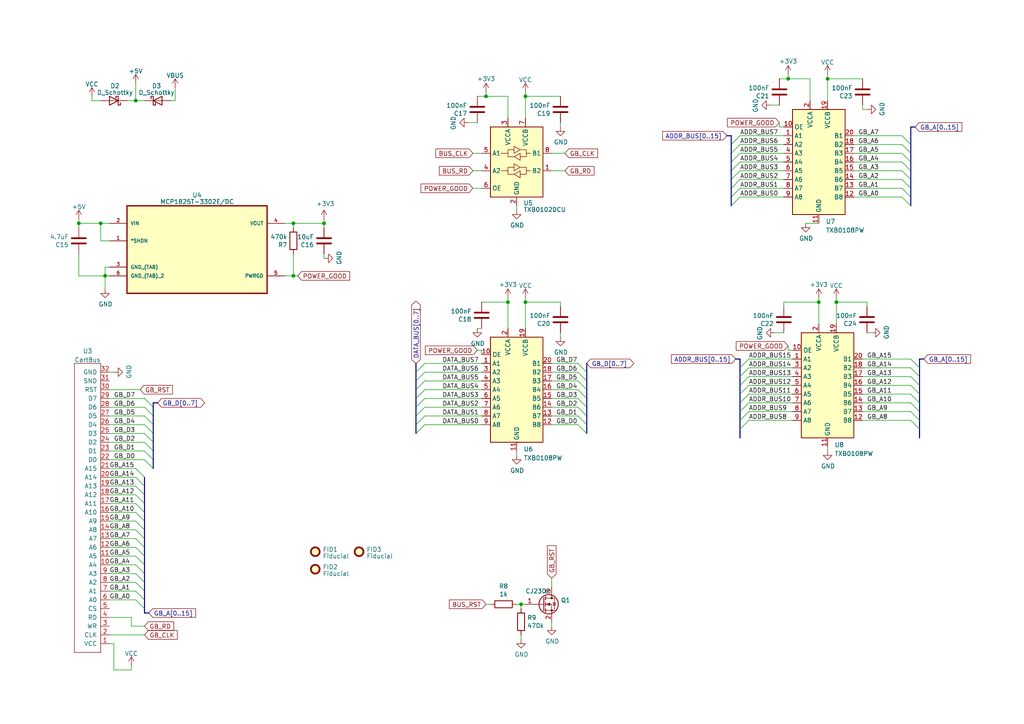
<source format=kicad_sch>
(kicad_sch (version 20230121) (generator eeschema)
  (paper "A4")
  (lib_symbols
    (symbol "Device:C" (pin_numbers hide) (pin_names (offset 0.254))
      (property "Reference" "C" (at 0.635 2.54 0))
      (property "Value" "C" (at 0.635 -2.54 0))
      (symbol "C_0_1"
        (polyline (pts (xy -2.032 -0.762) (xy 2.032 -0.762)) (stroke (width 0.508)))
        (polyline (pts (xy -2.032 0.762) (xy 2.032 0.762)) (stroke (width 0.508)))
      )
      (symbol "C_1_1"
        (pin passive line (at 0 3.81 270) (length 2.794) (name "~") (number "1"))
        (pin passive line (at 0 -3.81 90) (length 2.794) (name "~") (number "2"))
      )
    )
    (symbol "Device:D_Schottky" (pin_numbers hide) (pin_names (offset 1.016) hide)
      (property "Reference" "D" (at 0 2.54 0))
      (property "Value" "D_Schottky" (at 0 -2.54 0))
      (symbol "D_Schottky_0_1"
        (polyline (pts (xy 1.27 0) (xy -1.27 0)))
        (polyline (pts (xy 1.27 1.27) (xy 1.27 -1.27) (xy -1.27 0) (xy 1.27 1.27)) (stroke (width 0.254)))
        (polyline (pts (xy -1.905 0.635) (xy -1.905 1.27) (xy -1.27 1.27) (xy -1.27 -1.27) (xy -0.635 -1.27) (xy -0.635 -0.635)) (stroke (width 0.254)))
      )
      (symbol "D_Schottky_1_1"
        (pin passive line (at -3.81 0 0) (length 2.54) (name "K") (number "1"))
        (pin passive line (at 3.81 0 180) (length 2.54) (name "A") (number "2"))
      )
    )
    (symbol "Device:Q_NMOS_GSD" (pin_names (offset 0) hide)
      (property "Reference" "Q" (at 5.08 1.27 0))
      (property "Value" "Q_NMOS_GSD" (at 5.08 -1.27 0))
      (symbol "Q_NMOS_GSD_0_1"
        (polyline (pts (xy 0.254 0) (xy -2.54 0)))
        (polyline (pts (xy 0.254 1.905) (xy 0.254 -1.905)) (stroke (width 0.254)))
        (polyline (pts (xy 0.762 -1.27) (xy 0.762 -2.286)) (stroke (width 0.254)))
        (polyline (pts (xy 0.762 0.508) (xy 0.762 -0.508)) (stroke (width 0.254)))
        (polyline (pts (xy 0.762 2.286) (xy 0.762 1.27)) (stroke (width 0.254)))
        (polyline (pts (xy 2.54 2.54) (xy 2.54 1.778)))
        (polyline (pts (xy 2.54 -2.54) (xy 2.54 0) (xy 0.762 0)))
        (polyline (pts (xy 0.762 -1.778) (xy 3.302 -1.778) (xy 3.302 1.778) (xy 0.762 1.778)))
        (polyline (pts (xy 1.016 0) (xy 2.032 0.381) (xy 2.032 -0.381) (xy 1.016 0)) (fill (type outline)))
        (polyline (pts (xy 2.794 0.508) (xy 2.921 0.381) (xy 3.683 0.381) (xy 3.81 0.254)))
        (polyline (pts (xy 3.302 0.381) (xy 2.921 -0.254) (xy 3.683 -0.254) (xy 3.302 0.381)))
        (circle (center 1.651 0) (radius 2.794) (stroke (width 0.254)))
        (circle (center 2.54 -1.778) (radius 0.254) (fill (type outline)))
        (circle (center 2.54 1.778) (radius 0.254) (fill (type outline)))
      )
      (symbol "Q_NMOS_GSD_1_1"
        (pin input line (at -5.08 0 0) (length 2.54) (name "G") (number "1"))
        (pin passive line (at 2.54 -5.08 90) (length 2.54) (name "S") (number "2"))
        (pin passive line (at 2.54 5.08 270) (length 2.54) (name "D") (number "3"))
      )
    )
    (symbol "Device:R" (pin_numbers hide) (pin_names (offset 0))
      (property "Reference" "R" (at 2.032 0 90))
      (property "Value" "R" (at 0 0 90))
      (symbol "R_0_1"
        (rectangle (start -1.016 -2.54) (end 1.016 2.54) (stroke (width 0.254)))
      )
      (symbol "R_1_1"
        (pin passive line (at 0 3.81 270) (length 1.27) (name "~") (number "1"))
        (pin passive line (at 0 -3.81 90) (length 1.27) (name "~") (number "2"))
      )
    )
    (symbol "Gameboy:CartBus" (pin_names (offset 1.016))
      (property "Reference" "U?" (at 24.13 -11.43 0))
      (property "Value" "CartBus" (at 24.13 -8.89 0))
      (symbol "CartBus_0_1"
        (rectangle (start 66.04 0) (end -17.78 -7.62))
      )
      (symbol "CartBus_1_1"
        (pin unspecified line (at -15.24 2.54 270) (length 2.54) (name "VCC") (number "1"))
        (pin unspecified line (at 7.62 2.54 270) (length 2.54) (name "A4") (number "10"))
        (pin unspecified line (at 10.16 2.54 270) (length 2.54) (name "A5") (number "11"))
        (pin unspecified line (at 12.7 2.54 270) (length 2.54) (name "A6") (number "12"))
        (pin unspecified line (at 15.24 2.54 270) (length 2.54) (name "A7") (number "13"))
        (pin unspecified line (at 17.78 2.54 270) (length 2.54) (name "A8") (number "14"))
        (pin unspecified line (at 20.32 2.54 270) (length 2.54) (name "A9") (number "15"))
        (pin unspecified line (at 22.86 2.54 270) (length 2.54) (name "A10") (number "16"))
        (pin unspecified line (at 25.4 2.54 270) (length 2.54) (name "A11") (number "17"))
        (pin unspecified line (at 27.94 2.54 270) (length 2.54) (name "A12") (number "18"))
        (pin unspecified line (at 30.48 2.54 270) (length 2.54) (name "A13") (number "19"))
        (pin unspecified line (at -12.7 2.54 270) (length 2.54) (name "CLK~{}") (number "2"))
        (pin unspecified line (at 33.02 2.54 270) (length 2.54) (name "A14") (number "20"))
        (pin unspecified line (at 35.56 2.54 270) (length 2.54) (name "A15") (number "21"))
        (pin unspecified line (at 38.1 2.54 270) (length 2.54) (name "D0") (number "22"))
        (pin unspecified line (at 40.64 2.54 270) (length 2.54) (name "D1") (number "23"))
        (pin unspecified line (at 43.18 2.54 270) (length 2.54) (name "D2") (number "24"))
        (pin unspecified line (at 45.72 2.54 270) (length 2.54) (name "D3") (number "25"))
        (pin unspecified line (at 48.26 2.54 270) (length 2.54) (name "D4") (number "26"))
        (pin unspecified line (at 50.8 2.54 270) (length 2.54) (name "D5") (number "27"))
        (pin unspecified line (at 53.34 2.54 270) (length 2.54) (name "D6") (number "28"))
        (pin unspecified line (at 55.88 2.54 270) (length 2.54) (name "D7") (number "29"))
        (pin unspecified line (at -10.16 2.54 270) (length 2.54) (name "WR") (number "3"))
        (pin unspecified line (at 58.42 2.54 270) (length 2.54) (name "RST") (number "30"))
        (pin unspecified line (at 60.96 2.54 270) (length 2.54) (name "SND") (number "31"))
        (pin unspecified line (at 63.5 2.54 270) (length 2.54) (name "GND") (number "32"))
        (pin unspecified line (at -7.62 2.54 270) (length 2.54) (name "RD") (number "4"))
        (pin unspecified line (at -5.08 2.54 270) (length 2.54) (name "CS") (number "5"))
        (pin unspecified line (at -2.54 2.54 270) (length 2.54) (name "A0") (number "6"))
        (pin unspecified line (at 0 2.54 270) (length 2.54) (name "A1") (number "7"))
        (pin unspecified line (at 2.54 2.54 270) (length 2.54) (name "A2") (number "8"))
        (pin unspecified line (at 5.08 2.54 270) (length 2.54) (name "A3") (number "9"))
      )
    )
    (symbol "Logic_LevelTranslator:TXB0102DCU"
      (property "Reference" "U" (at -6.35 11.43 0))
      (property "Value" "TXB0102DCU" (at 3.81 11.43 0))
      (symbol "TXB0102DCU_0_1"
        (rectangle (start -7.62 10.16) (end 7.62 -10.16) (stroke (width 0.254)) (fill (type background)))
        (polyline (pts (xy -2.54 -2.54) (xy -2.54 -1.524) (xy -0.762 -1.524)))
        (polyline (pts (xy -2.54 2.54) (xy -2.54 3.556) (xy -0.762 3.556)))
        (polyline (pts (xy 2.794 -2.54) (xy 2.794 -3.556) (xy 1.016 -3.556)))
        (polyline (pts (xy 2.794 2.54) (xy 2.794 1.524) (xy 1.016 1.524)))
        (polyline (pts (xy -0.762 -3.556) (xy -2.54 -3.556) (xy -2.54 -2.54) (xy -4.318 -2.54)))
        (polyline (pts (xy -0.762 -2.54) (xy -0.762 -0.508) (xy 1.016 -1.524) (xy -0.762 -2.54)))
        (polyline (pts (xy -0.762 1.524) (xy -2.54 1.524) (xy -2.54 2.54) (xy -4.572 2.54)))
        (polyline (pts (xy -0.762 2.54) (xy -0.762 4.572) (xy 1.016 3.556) (xy -0.762 2.54)))
        (polyline (pts (xy 1.016 -2.54) (xy 1.016 -4.572) (xy -0.762 -3.556) (xy 1.016 -2.54)))
        (polyline (pts (xy 1.016 -1.524) (xy 2.794 -1.524) (xy 2.794 -2.54) (xy 4.064 -2.54)))
        (polyline (pts (xy 1.016 3.556) (xy 2.794 3.556) (xy 2.794 2.54) (xy 4.064 2.54)))
        (polyline (pts (xy 1.016 2.54) (xy 1.016 0.762) (xy 1.016 0.508) (xy -0.762 1.524) (xy 1.016 2.54)))
      )
      (symbol "TXB0102DCU_1_1"
        (pin bidirectional line (at 10.16 -2.54 180) (length 2.54) (name "B2") (number "1"))
        (pin power_in line (at 0 -12.7 90) (length 2.54) (name "GND") (number "2"))
        (pin power_in line (at -2.54 12.7 270) (length 2.54) (name "VCCA") (number "3"))
        (pin bidirectional line (at -10.16 -2.54 0) (length 2.54) (name "A2") (number "4"))
        (pin bidirectional line (at -10.16 2.54 0) (length 2.54) (name "A1") (number "5"))
        (pin input line (at -10.16 -7.62 0) (length 2.54) (name "OE") (number "6"))
        (pin power_in line (at 2.54 12.7 270) (length 2.54) (name "VCCB") (number "7"))
        (pin bidirectional line (at 10.16 2.54 180) (length 2.54) (name "B1") (number "8"))
      )
    )
    (symbol "Logic_LevelTranslator:TXS0108EPW"
      (property "Reference" "U" (at -6.35 16.51 0))
      (property "Value" "TXS0108EPW" (at 3.81 16.51 0))
      (symbol "TXS0108EPW_0_1"
        (rectangle (start -7.62 15.24) (end 7.62 -15.24) (stroke (width 0.254)) (fill (type background)))
      )
      (symbol "TXS0108EPW_1_1"
        (pin bidirectional line (at -10.16 7.62 0) (length 2.54) (name "A1") (number "1"))
        (pin input line (at -10.16 10.16 0) (length 2.54) (name "OE") (number "10"))
        (pin power_in line (at 0 -17.78 90) (length 2.54) (name "GND") (number "11"))
        (pin bidirectional line (at 10.16 -10.16 180) (length 2.54) (name "B8") (number "12"))
        (pin bidirectional line (at 10.16 -7.62 180) (length 2.54) (name "B7") (number "13"))
        (pin bidirectional line (at 10.16 -5.08 180) (length 2.54) (name "B6") (number "14"))
        (pin bidirectional line (at 10.16 -2.54 180) (length 2.54) (name "B5") (number "15"))
        (pin bidirectional line (at 10.16 0 180) (length 2.54) (name "B4") (number "16"))
        (pin bidirectional line (at 10.16 2.54 180) (length 2.54) (name "B3") (number "17"))
        (pin bidirectional line (at 10.16 5.08 180) (length 2.54) (name "B2") (number "18"))
        (pin power_in line (at 2.54 17.78 270) (length 2.54) (name "VCCB") (number "19"))
        (pin power_in line (at -2.54 17.78 270) (length 2.54) (name "VCCA") (number "2"))
        (pin bidirectional line (at 10.16 7.62 180) (length 2.54) (name "B1") (number "20"))
        (pin bidirectional line (at -10.16 5.08 0) (length 2.54) (name "A2") (number "3"))
        (pin bidirectional line (at -10.16 2.54 0) (length 2.54) (name "A3") (number "4"))
        (pin bidirectional line (at -10.16 0 0) (length 2.54) (name "A4") (number "5"))
        (pin bidirectional line (at -10.16 -2.54 0) (length 2.54) (name "A5") (number "6"))
        (pin bidirectional line (at -10.16 -5.08 0) (length 2.54) (name "A6") (number "7"))
        (pin bidirectional line (at -10.16 -7.62 0) (length 2.54) (name "A7") (number "8"))
        (pin bidirectional line (at -10.16 -10.16 0) (length 2.54) (name "A8") (number "9"))
      )
    )
    (symbol "MCP1825T-3302E_DC:MCP1825T-3302E{slash}DC" (pin_names (offset 1.016))
      (property "Reference" "U10" (at 0 13.2461 0))
      (property "Value" "MCP1825T-3302E/DC" (at 0 11.3251 0))
      (symbol "MCP1825T-3302E{slash}DC_0_0"
        (rectangle (start -20.32 -15.24) (end 20.32 10.16) (stroke (width 0.4064)) (fill (type background)))
        (pin input line (at -25.4 0 0) (length 5.08) (name "*SHDN") (number "1"))
        (pin input line (at -25.4 5.08 0) (length 5.08) (name "VIN") (number "2"))
        (pin passive line (at -25.4 -7.62 0) (length 5.08) (name "GND_(TAB)") (number "3"))
        (pin output line (at 25.4 5.08 180) (length 5.08) (name "VOUT") (number "4"))
        (pin input line (at 25.4 -10.16 180) (length 5.08) (name "PWRGD") (number "5"))
        (pin passive line (at -25.4 -10.16 0) (length 5.08) (name "GND_(TAB)_2") (number "6"))
      )
    )
    (symbol "Mechanical:Fiducial"
      (property "Reference" "FID" (at 0 5.08 0))
      (property "Value" "Fiducial" (at 0 3.175 0))
      (symbol "Fiducial_0_1"
        (circle (center 0 0) (radius 1.27) (stroke (width 0.508)) (fill (type background)))
      )
    )
    (symbol "power:+3V3" (power) (pin_names (offset 0))
      (property "Value" "+3V3" (at 0 3.556 0))
      (symbol "+3V3_0_1"
        (polyline (pts (xy -0.762 1.27) (xy 0 2.54)))
        (polyline (pts (xy 0 0) (xy 0 2.54)))
        (polyline (pts (xy 0 2.54) (xy 0.762 1.27)))
      )
      (symbol "+3V3_1_1"
        (pin power_in line (at 0 0 90) (length 0) hide (name "+3V3") (number "1"))
      )
    )
    (symbol "power:+5V" (power) (pin_names (offset 0))
      (property "Value" "+5V" (at 0 3.556 0))
      (symbol "+5V_0_1"
        (polyline (pts (xy -0.762 1.27) (xy 0 2.54)))
        (polyline (pts (xy 0 0) (xy 0 2.54)))
        (polyline (pts (xy 0 2.54) (xy 0.762 1.27)))
      )
      (symbol "+5V_1_1"
        (pin power_in line (at 0 0 90) (length 0) hide (name "+5V") (number "1"))
      )
    )
    (symbol "power:GND" (power) (pin_names (offset 0))
      (property "Value" "GND" (at 0 -3.81 0))
      (symbol "GND_0_1"
        (polyline (pts (xy 0 0) (xy 0 -1.27) (xy 1.27 -1.27) (xy 0 -2.54) (xy -1.27 -1.27) (xy 0 -1.27)))
      )
      (symbol "GND_1_1"
        (pin power_in line (at 0 0 270) (length 0) hide (name "GND") (number "1"))
      )
    )
    (symbol "power:VBUS" (power) (pin_names (offset 0))
      (property "Value" "VBUS" (at 0 3.81 0))
      (symbol "VBUS_0_1"
        (polyline (pts (xy -0.762 1.27) (xy 0 2.54)))
        (polyline (pts (xy 0 0) (xy 0 2.54)))
        (polyline (pts (xy 0 2.54) (xy 0.762 1.27)))
      )
      (symbol "VBUS_1_1"
        (pin power_in line (at 0 0 90) (length 0) hide (name "VBUS") (number "1"))
      )
    )
    (symbol "power:VCC" (power) (pin_names (offset 0))
      (property "Value" "VCC" (at 0 3.81 0))
      (symbol "VCC_0_1"
        (polyline (pts (xy -0.762 1.27) (xy 0 2.54)))
        (polyline (pts (xy 0 0) (xy 0 2.54)))
        (polyline (pts (xy 0 2.54) (xy 0.762 1.27)))
      )
      (symbol "VCC_1_1"
        (pin power_in line (at 0 0 90) (length 0) hide (name "VCC") (number "1"))
      )
    )
  )
  (junction (at 152.4 87.63))
  (junction (at 140.97 27.94))
  (junction (at 22.86 64.77))
  (junction (at 39.37 29.21))
  (junction (at 85.09 80.01))
  (junction (at 152.4 27.94))
  (junction (at 93.98 64.77))
  (junction (at 85.09 64.77))
  (junction (at 30.48 80.01))
  (junction (at 237.49 87.63))
  (junction (at 151.13 175.26))
  (junction (at 240.03 22.86))
  (junction (at 147.32 87.63))
  (junction (at 242.57 87.63))
  (junction (at 228.6 22.86))
  (junction (at 29.21 64.77))
  (bus_entry (at 264.16 109.22) (size 2.54 2.54))
  (bus_entry (at 264.16 106.68) (size 2.54 2.54))
  (bus_entry (at 264.16 111.76) (size 2.54 2.54))
  (bus_entry (at 167.64 107.95) (size 2.54 2.54))
  (bus_entry (at 41.91 123.19) (size 2.54 2.54))
  (bus_entry (at 39.37 138.43) (size 2.54 2.54))
  (bus_entry (at 261.62 41.91) (size 2.54 2.54))
  (bus_entry (at 261.62 54.61) (size 2.54 2.54))
  (bus_entry (at 120.65 110.49) (size 2.54 -2.54))
  (bus_entry (at 167.64 115.57) (size 2.54 2.54))
  (bus_entry (at 264.16 104.14) (size 2.54 2.54))
  (bus_entry (at 261.62 46.99) (size 2.54 2.54))
  (bus_entry (at 214.63 111.76) (size 2.54 -2.54))
  (bus_entry (at 212.09 41.91) (size 2.54 -2.54))
  (bus_entry (at 214.63 121.92) (size 2.54 -2.54))
  (bus_entry (at 167.64 120.65) (size 2.54 2.54))
  (bus_entry (at 212.09 44.45) (size 2.54 -2.54))
  (bus_entry (at 167.64 118.11) (size 2.54 2.54))
  (bus_entry (at 214.63 114.3) (size 2.54 -2.54))
  (bus_entry (at 261.62 44.45) (size 2.54 2.54))
  (bus_entry (at 39.37 140.97) (size 2.54 2.54))
  (bus_entry (at 264.16 121.92) (size 2.54 2.54))
  (bus_entry (at 261.62 57.15) (size 2.54 2.54))
  (bus_entry (at 167.64 123.19) (size 2.54 2.54))
  (bus_entry (at 39.37 143.51) (size 2.54 2.54))
  (bus_entry (at 261.62 52.07) (size 2.54 2.54))
  (bus_entry (at 212.09 59.69) (size 2.54 -2.54))
  (bus_entry (at 264.16 116.84) (size 2.54 2.54))
  (bus_entry (at 39.37 135.89) (size 2.54 2.54))
  (bus_entry (at 120.65 115.57) (size 2.54 -2.54))
  (bus_entry (at 120.65 125.73) (size 2.54 -2.54))
  (bus_entry (at 214.63 119.38) (size 2.54 -2.54))
  (bus_entry (at 39.37 173.99) (size 2.54 2.54))
  (bus_entry (at 214.63 124.46) (size 2.54 -2.54))
  (bus_entry (at 214.63 106.68) (size 2.54 -2.54))
  (bus_entry (at 39.37 166.37) (size 2.54 2.54))
  (bus_entry (at 212.09 49.53) (size 2.54 -2.54))
  (bus_entry (at 41.91 115.57) (size 2.54 2.54))
  (bus_entry (at 39.37 153.67) (size 2.54 2.54))
  (bus_entry (at 120.65 107.95) (size 2.54 -2.54))
  (bus_entry (at 212.09 52.07) (size 2.54 -2.54))
  (bus_entry (at 214.63 109.22) (size 2.54 -2.54))
  (bus_entry (at 120.65 113.03) (size 2.54 -2.54))
  (bus_entry (at 41.91 133.35) (size 2.54 2.54))
  (bus_entry (at 261.62 49.53) (size 2.54 2.54))
  (bus_entry (at 39.37 151.13) (size 2.54 2.54))
  (bus_entry (at 167.64 110.49) (size 2.54 2.54))
  (bus_entry (at 264.16 119.38) (size 2.54 2.54))
  (bus_entry (at 214.63 116.84) (size 2.54 -2.54))
  (bus_entry (at 167.64 113.03) (size 2.54 2.54))
  (bus_entry (at 39.37 148.59) (size 2.54 2.54))
  (bus_entry (at 39.37 156.21) (size 2.54 2.54))
  (bus_entry (at 41.91 125.73) (size 2.54 2.54))
  (bus_entry (at 41.91 120.65) (size 2.54 2.54))
  (bus_entry (at 39.37 163.83) (size 2.54 2.54))
  (bus_entry (at 120.65 123.19) (size 2.54 -2.54))
  (bus_entry (at 39.37 161.29) (size 2.54 2.54))
  (bus_entry (at 41.91 128.27) (size 2.54 2.54))
  (bus_entry (at 261.62 39.37) (size 2.54 2.54))
  (bus_entry (at 39.37 171.45) (size 2.54 2.54))
  (bus_entry (at 212.09 54.61) (size 2.54 -2.54))
  (bus_entry (at 212.09 46.99) (size 2.54 -2.54))
  (bus_entry (at 39.37 158.75) (size 2.54 2.54))
  (bus_entry (at 41.91 130.81) (size 2.54 2.54))
  (bus_entry (at 264.16 114.3) (size 2.54 2.54))
  (bus_entry (at 120.65 118.11) (size 2.54 -2.54))
  (bus_entry (at 39.37 146.05) (size 2.54 2.54))
  (bus_entry (at 41.91 118.11) (size 2.54 2.54))
  (bus_entry (at 39.37 168.91) (size 2.54 2.54))
  (bus_entry (at 212.09 57.15) (size 2.54 -2.54))
  (bus_entry (at 120.65 120.65) (size 2.54 -2.54))
  (bus_entry (at 167.64 105.41) (size 2.54 2.54))
  (wire (pts (xy 31.75 168.91) (xy 39.37 168.91)))
  (wire (pts (xy 137.16 49.53) (xy 139.7 49.53)))
  (wire (pts (xy 250.19 109.22) (xy 264.16 109.22)))
  (wire (pts (xy 85.09 80.01) (xy 86.36 80.01)))
  (bus (pts (xy 41.91 168.91) (xy 41.91 171.45)))
  (wire (pts (xy 160.02 120.65) (xy 167.64 120.65)))
  (bus (pts (xy 120.65 115.57) (xy 120.65 118.11)))
  (bus (pts (xy 212.09 54.61) (xy 212.09 57.15)))
  (bus (pts (xy 214.63 114.3) (xy 214.63 116.84)))
  (wire (pts (xy 140.97 27.94) (xy 138.43 27.94)))
  (wire (pts (xy 234.95 22.86) (xy 234.95 29.21)))
  (wire (pts (xy 123.19 115.57) (xy 139.7 115.57)))
  (wire (pts (xy 149.86 59.69) (xy 149.86 60.96)))
  (wire (pts (xy 31.75 123.19) (xy 41.91 123.19)))
  (wire (pts (xy 228.6 21.59) (xy 228.6 22.86)))
  (bus (pts (xy 41.91 153.67) (xy 41.91 156.21)))
  (wire (pts (xy 152.4 26.67) (xy 152.4 27.94)))
  (wire (pts (xy 31.75 146.05) (xy 39.37 146.05)))
  (wire (pts (xy 250.19 31.75) (xy 251.46 31.75)))
  (wire (pts (xy 31.75 148.59) (xy 39.37 148.59)))
  (bus (pts (xy 170.18 105.41) (xy 170.18 107.95)))
  (wire (pts (xy 31.75 143.51) (xy 39.37 143.51)))
  (wire (pts (xy 162.56 35.56) (xy 162.56 36.83)))
  (bus (pts (xy 170.18 115.57) (xy 170.18 118.11)))
  (wire (pts (xy 33.02 194.31) (xy 38.1 194.31)))
  (wire (pts (xy 217.17 121.92) (xy 229.87 121.92)))
  (wire (pts (xy 31.75 64.77) (xy 29.21 64.77)))
  (bus (pts (xy 266.7 119.38) (xy 266.7 121.92)))
  (wire (pts (xy 123.19 107.95) (xy 139.7 107.95)))
  (wire (pts (xy 217.17 114.3) (xy 229.87 114.3)))
  (wire (pts (xy 31.75 158.75) (xy 39.37 158.75)))
  (wire (pts (xy 240.03 22.86) (xy 240.03 29.21)))
  (bus (pts (xy 264.16 52.07) (xy 264.16 54.61)))
  (bus (pts (xy 44.45 118.11) (xy 44.45 116.84)))
  (bus (pts (xy 41.91 143.51) (xy 41.91 146.05)))
  (wire (pts (xy 36.83 29.21) (xy 39.37 29.21)))
  (bus (pts (xy 44.45 133.35) (xy 44.45 135.89)))
  (wire (pts (xy 227.33 88.9) (xy 227.33 87.63)))
  (bus (pts (xy 214.63 124.46) (xy 214.63 127)))
  (wire (pts (xy 250.19 30.48) (xy 250.19 31.75)))
  (wire (pts (xy 39.37 24.13) (xy 39.37 29.21)))
  (bus (pts (xy 41.91 156.21) (xy 41.91 158.75)))
  (bus (pts (xy 266.7 116.84) (xy 266.7 119.38)))
  (wire (pts (xy 31.75 118.11) (xy 41.91 118.11)))
  (wire (pts (xy 31.75 138.43) (xy 39.37 138.43)))
  (wire (pts (xy 123.19 105.41) (xy 139.7 105.41)))
  (bus (pts (xy 264.16 36.83) (xy 265.43 36.83)))
  (wire (pts (xy 31.75 186.69) (xy 33.02 186.69)))
  (bus (pts (xy 266.7 124.46) (xy 266.7 127)))
  (wire (pts (xy 217.17 106.68) (xy 229.87 106.68)))
  (bus (pts (xy 41.91 140.97) (xy 41.91 143.51)))
  (bus (pts (xy 264.16 49.53) (xy 264.16 52.07)))
  (bus (pts (xy 212.09 39.37) (xy 212.09 41.91)))
  (wire (pts (xy 217.17 109.22) (xy 229.87 109.22)))
  (wire (pts (xy 247.65 54.61) (xy 261.62 54.61)))
  (wire (pts (xy 152.4 27.94) (xy 152.4 34.29)))
  (wire (pts (xy 214.63 57.15) (xy 227.33 57.15)))
  (wire (pts (xy 160.02 115.57) (xy 167.64 115.57)))
  (wire (pts (xy 22.86 64.77) (xy 22.86 66.04)))
  (wire (pts (xy 22.86 63.5) (xy 22.86 64.77)))
  (wire (pts (xy 93.98 63.5) (xy 93.98 64.77)))
  (wire (pts (xy 137.16 44.45) (xy 139.7 44.45)))
  (wire (pts (xy 160.02 123.19) (xy 167.64 123.19)))
  (wire (pts (xy 227.33 87.63) (xy 237.49 87.63)))
  (wire (pts (xy 247.65 41.91) (xy 261.62 41.91)))
  (wire (pts (xy 31.75 125.73) (xy 41.91 125.73)))
  (wire (pts (xy 247.65 49.53) (xy 261.62 49.53)))
  (wire (pts (xy 152.4 86.36) (xy 152.4 87.63)))
  (wire (pts (xy 247.65 52.07) (xy 261.62 52.07)))
  (wire (pts (xy 138.43 101.6) (xy 139.7 101.6)))
  (wire (pts (xy 31.75 113.03) (xy 40.64 113.03)))
  (wire (pts (xy 160.02 180.34) (xy 160.02 181.61)))
  (bus (pts (xy 266.7 111.76) (xy 266.7 114.3)))
  (bus (pts (xy 41.91 176.53) (xy 41.91 177.8)))
  (bus (pts (xy 41.91 173.99) (xy 41.91 176.53)))
  (wire (pts (xy 214.63 52.07) (xy 227.33 52.07)))
  (wire (pts (xy 31.75 120.65) (xy 41.91 120.65)))
  (wire (pts (xy 31.75 133.35) (xy 41.91 133.35)))
  (wire (pts (xy 228.6 100.33) (xy 228.6 101.6)))
  (bus (pts (xy 214.63 116.84) (xy 214.63 119.38)))
  (bus (pts (xy 120.65 110.49) (xy 120.65 113.03)))
  (bus (pts (xy 214.63 109.22) (xy 214.63 106.68)))
  (wire (pts (xy 138.43 95.25) (xy 139.7 95.25)))
  (wire (pts (xy 224.79 96.52) (xy 227.33 96.52)))
  (bus (pts (xy 170.18 123.19) (xy 170.18 125.73)))
  (bus (pts (xy 41.91 177.8) (xy 43.18 177.8)))
  (wire (pts (xy 33.02 186.69) (xy 33.02 194.31)))
  (wire (pts (xy 223.52 30.48) (xy 226.06 30.48)))
  (bus (pts (xy 44.45 116.84) (xy 45.72 116.84)))
  (bus (pts (xy 212.09 46.99) (xy 212.09 49.53)))
  (bus (pts (xy 264.16 44.45) (xy 264.16 46.99)))
  (wire (pts (xy 26.67 29.21) (xy 26.67 27.94)))
  (wire (pts (xy 31.75 128.27) (xy 41.91 128.27)))
  (wire (pts (xy 151.13 184.15) (xy 151.13 185.42)))
  (wire (pts (xy 31.75 166.37) (xy 39.37 166.37)))
  (bus (pts (xy 213.36 104.14) (xy 214.63 104.14)))
  (wire (pts (xy 214.63 46.99) (xy 227.33 46.99)))
  (wire (pts (xy 163.83 44.45) (xy 160.02 44.45)))
  (bus (pts (xy 41.91 151.13) (xy 41.91 153.67)))
  (wire (pts (xy 123.19 118.11) (xy 139.7 118.11)))
  (wire (pts (xy 82.55 80.01) (xy 85.09 80.01)))
  (wire (pts (xy 31.75 163.83) (xy 39.37 163.83)))
  (wire (pts (xy 240.03 22.86) (xy 250.19 22.86)))
  (bus (pts (xy 44.45 130.81) (xy 44.45 133.35)))
  (wire (pts (xy 30.48 80.01) (xy 30.48 83.82)))
  (wire (pts (xy 229.87 101.6) (xy 228.6 101.6)))
  (bus (pts (xy 170.18 110.49) (xy 170.18 113.03)))
  (wire (pts (xy 147.32 34.29) (xy 147.32 27.94)))
  (wire (pts (xy 250.19 104.14) (xy 264.16 104.14)))
  (wire (pts (xy 162.56 87.63) (xy 152.4 87.63)))
  (wire (pts (xy 242.57 87.63) (xy 251.46 87.63)))
  (bus (pts (xy 41.91 171.45) (xy 41.91 173.99)))
  (wire (pts (xy 31.75 153.67) (xy 39.37 153.67)))
  (bus (pts (xy 41.91 138.43) (xy 41.91 140.97)))
  (wire (pts (xy 242.57 86.36) (xy 242.57 87.63)))
  (bus (pts (xy 120.65 123.19) (xy 120.65 125.73)))
  (wire (pts (xy 251.46 96.52) (xy 252.73 96.52)))
  (bus (pts (xy 120.65 107.95) (xy 120.65 110.49)))
  (bus (pts (xy 120.65 118.11) (xy 120.65 120.65)))
  (wire (pts (xy 217.17 119.38) (xy 229.87 119.38)))
  (wire (pts (xy 214.63 54.61) (xy 227.33 54.61)))
  (wire (pts (xy 217.17 116.84) (xy 229.87 116.84)))
  (bus (pts (xy 120.65 113.03) (xy 120.65 115.57)))
  (bus (pts (xy 41.91 163.83) (xy 41.91 166.37)))
  (bus (pts (xy 264.16 41.91) (xy 264.16 44.45)))
  (bus (pts (xy 41.91 161.29) (xy 41.91 163.83)))
  (wire (pts (xy 237.49 87.63) (xy 237.49 93.98)))
  (wire (pts (xy 93.98 74.93) (xy 93.98 73.66)))
  (wire (pts (xy 160.02 49.53) (xy 163.83 49.53)))
  (wire (pts (xy 123.19 123.19) (xy 139.7 123.19)))
  (bus (pts (xy 214.63 106.68) (xy 214.63 104.14)))
  (wire (pts (xy 38.1 181.61) (xy 41.91 181.61)))
  (wire (pts (xy 149.86 175.26) (xy 151.13 175.26)))
  (wire (pts (xy 162.56 88.9) (xy 162.56 87.63)))
  (wire (pts (xy 139.7 101.6) (xy 139.7 102.87)))
  (wire (pts (xy 250.19 106.68) (xy 264.16 106.68)))
  (bus (pts (xy 170.18 118.11) (xy 170.18 120.65)))
  (wire (pts (xy 147.32 87.63) (xy 147.32 86.36)))
  (wire (pts (xy 29.21 69.85) (xy 29.21 64.77)))
  (bus (pts (xy 41.91 166.37) (xy 41.91 168.91)))
  (bus (pts (xy 170.18 120.65) (xy 170.18 123.19)))
  (bus (pts (xy 266.7 109.22) (xy 266.7 111.76)))
  (bus (pts (xy 170.18 107.95) (xy 170.18 110.49)))
  (wire (pts (xy 31.75 69.85) (xy 29.21 69.85)))
  (wire (pts (xy 160.02 167.64) (xy 160.02 170.18)))
  (wire (pts (xy 31.75 107.95) (xy 33.02 107.95)))
  (wire (pts (xy 38.1 194.31) (xy 38.1 193.04)))
  (wire (pts (xy 152.4 27.94) (xy 162.56 27.94)))
  (bus (pts (xy 264.16 54.61) (xy 264.16 57.15)))
  (wire (pts (xy 147.32 27.94) (xy 140.97 27.94)))
  (wire (pts (xy 31.75 135.89) (xy 39.37 135.89)))
  (wire (pts (xy 82.55 64.77) (xy 85.09 64.77)))
  (wire (pts (xy 31.75 140.97) (xy 39.37 140.97)))
  (wire (pts (xy 214.63 41.91) (xy 227.33 41.91)))
  (bus (pts (xy 266.7 106.68) (xy 266.7 109.22)))
  (bus (pts (xy 266.7 114.3) (xy 266.7 116.84)))
  (wire (pts (xy 247.65 57.15) (xy 261.62 57.15)))
  (wire (pts (xy 22.86 80.01) (xy 30.48 80.01)))
  (wire (pts (xy 31.75 115.57) (xy 41.91 115.57)))
  (bus (pts (xy 212.09 52.07) (xy 212.09 54.61)))
  (bus (pts (xy 41.91 148.59) (xy 41.91 151.13)))
  (wire (pts (xy 93.98 64.77) (xy 93.98 66.04)))
  (wire (pts (xy 123.19 120.65) (xy 139.7 120.65)))
  (bus (pts (xy 264.16 36.83) (xy 264.16 41.91)))
  (wire (pts (xy 234.95 22.86) (xy 228.6 22.86)))
  (wire (pts (xy 149.86 130.81) (xy 149.86 132.08)))
  (bus (pts (xy 214.63 109.22) (xy 214.63 111.76)))
  (wire (pts (xy 250.19 119.38) (xy 264.16 119.38)))
  (wire (pts (xy 30.48 80.01) (xy 31.75 80.01)))
  (wire (pts (xy 227.33 36.83) (xy 226.06 36.83)))
  (bus (pts (xy 266.7 104.14) (xy 266.7 106.68)))
  (wire (pts (xy 39.37 29.21) (xy 41.91 29.21)))
  (wire (pts (xy 85.09 64.77) (xy 93.98 64.77)))
  (bus (pts (xy 212.09 49.53) (xy 212.09 52.07)))
  (wire (pts (xy 85.09 80.01) (xy 85.09 73.66)))
  (wire (pts (xy 242.57 87.63) (xy 242.57 93.98)))
  (wire (pts (xy 31.75 171.45) (xy 39.37 171.45)))
  (wire (pts (xy 30.48 77.47) (xy 30.48 80.01)))
  (wire (pts (xy 214.63 39.37) (xy 227.33 39.37)))
  (wire (pts (xy 250.19 114.3) (xy 264.16 114.3)))
  (wire (pts (xy 85.09 64.77) (xy 85.09 66.04)))
  (bus (pts (xy 41.91 146.05) (xy 41.91 148.59)))
  (wire (pts (xy 31.75 156.21) (xy 39.37 156.21)))
  (wire (pts (xy 152.4 87.63) (xy 152.4 95.25)))
  (wire (pts (xy 162.56 96.52) (xy 162.56 97.79)))
  (bus (pts (xy 212.09 41.91) (xy 212.09 44.45)))
  (wire (pts (xy 38.1 179.07) (xy 38.1 181.61)))
  (wire (pts (xy 29.21 29.21) (xy 26.67 29.21)))
  (wire (pts (xy 217.17 104.14) (xy 229.87 104.14)))
  (wire (pts (xy 151.13 175.26) (xy 151.13 176.53)))
  (wire (pts (xy 31.75 151.13) (xy 39.37 151.13)))
  (wire (pts (xy 247.65 39.37) (xy 261.62 39.37)))
  (wire (pts (xy 123.19 113.03) (xy 139.7 113.03)))
  (wire (pts (xy 137.16 54.61) (xy 139.7 54.61)))
  (wire (pts (xy 31.75 179.07) (xy 38.1 179.07)))
  (wire (pts (xy 49.53 29.21) (xy 50.8 29.21)))
  (bus (pts (xy 41.91 158.75) (xy 41.91 161.29)))
  (bus (pts (xy 44.45 120.65) (xy 44.45 123.19)))
  (wire (pts (xy 22.86 73.66) (xy 22.86 80.01)))
  (wire (pts (xy 160.02 105.41) (xy 167.64 105.41)))
  (wire (pts (xy 123.19 110.49) (xy 139.7 110.49)))
  (wire (pts (xy 135.89 35.56) (xy 138.43 35.56)))
  (wire (pts (xy 160.02 107.95) (xy 167.64 107.95)))
  (bus (pts (xy 44.45 128.27) (xy 44.45 130.81)))
  (bus (pts (xy 266.7 104.14) (xy 267.97 104.14)))
  (wire (pts (xy 160.02 113.03) (xy 167.64 113.03)))
  (bus (pts (xy 214.63 121.92) (xy 214.63 124.46)))
  (wire (pts (xy 250.19 121.92) (xy 264.16 121.92)))
  (bus (pts (xy 214.63 111.76) (xy 214.63 114.3)))
  (bus (pts (xy 44.45 118.11) (xy 44.45 120.65)))
  (wire (pts (xy 250.19 111.76) (xy 264.16 111.76)))
  (wire (pts (xy 31.75 130.81) (xy 41.91 130.81)))
  (wire (pts (xy 217.17 111.76) (xy 229.87 111.76)))
  (wire (pts (xy 247.65 44.45) (xy 261.62 44.45)))
  (bus (pts (xy 44.45 123.19) (xy 44.45 125.73)))
  (wire (pts (xy 226.06 35.56) (xy 226.06 36.83)))
  (wire (pts (xy 31.75 161.29) (xy 39.37 161.29)))
  (bus (pts (xy 120.65 105.41) (xy 120.65 107.95)))
  (wire (pts (xy 237.49 86.36) (xy 237.49 87.63)))
  (bus (pts (xy 120.65 120.65) (xy 120.65 123.19)))
  (wire (pts (xy 29.21 64.77) (xy 22.86 64.77)))
  (wire (pts (xy 160.02 110.49) (xy 167.64 110.49)))
  (bus (pts (xy 264.16 57.15) (xy 264.16 59.69)))
  (wire (pts (xy 31.75 173.99) (xy 39.37 173.99)))
  (bus (pts (xy 44.45 125.73) (xy 44.45 128.27)))
  (bus (pts (xy 170.18 113.03) (xy 170.18 115.57)))
  (bus (pts (xy 266.7 121.92) (xy 266.7 124.46)))
  (wire (pts (xy 140.97 175.26) (xy 142.24 175.26)))
  (bus (pts (xy 212.09 57.15) (xy 212.09 59.69)))
  (bus (pts (xy 264.16 46.99) (xy 264.16 49.53)))
  (wire (pts (xy 251.46 87.63) (xy 251.46 88.9)))
  (wire (pts (xy 140.97 26.67) (xy 140.97 27.94)))
  (wire (pts (xy 214.63 44.45) (xy 227.33 44.45)))
  (wire (pts (xy 214.63 49.53) (xy 227.33 49.53)))
  (wire (pts (xy 160.02 118.11) (xy 167.64 118.11)))
  (wire (pts (xy 50.8 29.21) (xy 50.8 25.4)))
  (wire (pts (xy 151.13 175.26) (xy 152.4 175.26)))
  (bus (pts (xy 212.09 44.45) (xy 212.09 46.99)))
  (wire (pts (xy 31.75 184.15) (xy 41.91 184.15)))
  (bus (pts (xy 214.63 119.38) (xy 214.63 121.92)))
  (wire (pts (xy 240.03 129.54) (xy 240.03 130.81)))
  (wire (pts (xy 247.65 46.99) (xy 261.62 46.99)))
  (wire (pts (xy 30.48 77.47) (xy 31.75 77.47)))
  (wire (pts (xy 147.32 87.63) (xy 147.32 95.25)))
  (wire (pts (xy 233.68 64.77) (xy 237.49 64.77)))
  (wire (pts (xy 240.03 21.59) (xy 240.03 22.86)))
  (wire (pts (xy 139.7 87.63) (xy 147.32 87.63)))
  (wire (pts (xy 250.19 116.84) (xy 264.16 116.84)))
  (wire (pts (xy 228.6 22.86) (xy 226.06 22.86)))
  (bus (pts (xy 210.82 39.37) (xy 212.09 39.37)))
  (label "GB_D5" (at 161.29 110.49 0))
  (label "GB_A7" (at 31.75 156.21 0))
  (label "ADDR_BUS15" (at 217.17 104.14 0))
  (label "GB_D2" (at 161.29 118.11 0))
  (label "ADDR_BUS10" (at 217.17 116.84 0))
  (label "GB_A2" (at 248.92 52.07 0))
  (label "ADDR_BUS13" (at 217.17 109.22 0))
  (label "GB_A8" (at 31.75 153.67 0))
  (label "GB_D7" (at 33.02 115.57 0))
  (label "GB_A5" (at 248.92 44.45 0))
  (label "GB_A8" (at 251.46 121.92 0))
  (label "GB_A9" (at 31.75 151.13 0))
  (label "GB_A0" (at 31.75 173.99 0))
  (label "DATA_BUS1" (at 128.27 120.65 0))
  (label "ADDR_BUS6" (at 214.63 41.91 0))
  (label "GB_A14" (at 31.75 138.43 0))
  (label "GB_A1" (at 248.92 54.61 0))
  (label "DATA_BUS2" (at 128.27 118.11 0))
  (label "GB_A12" (at 31.75 143.51 0))
  (label "GB_A15" (at 31.75 135.89 0))
  (label "GB_A3" (at 248.92 49.53 0))
  (label "ADDR_BUS7" (at 214.63 39.37 0))
  (label "ADDR_BUS11" (at 217.17 114.3 0))
  (label "GB_D1" (at 33.02 130.81 0))
  (label "GB_A5" (at 31.75 161.29 0))
  (label "ADDR_BUS4" (at 214.63 46.99 0))
  (label "GB_D5" (at 33.02 120.65 0))
  (label "GB_D1" (at 161.29 120.65 0))
  (label "GB_D3" (at 161.29 115.57 0))
  (label "ADDR_BUS8" (at 217.17 121.92 0))
  (label "ADDR_BUS9" (at 217.17 119.38 0))
  (label "GB_D6" (at 33.02 118.11 0))
  (label "DATA_BUS5" (at 128.27 110.49 0))
  (label "GB_A13" (at 251.46 109.22 0))
  (label "GB_A10" (at 251.46 116.84 0))
  (label "GB_A15" (at 251.46 104.14 0))
  (label "GB_A0" (at 248.92 57.15 0))
  (label "GB_D6" (at 161.29 107.95 0))
  (label "ADDR_BUS12" (at 217.17 111.76 0))
  (label "GB_A6" (at 248.92 41.91 0))
  (label "GB_A6" (at 31.75 158.75 0))
  (label "GB_A12" (at 251.46 111.76 0))
  (label "DATA_BUS3" (at 128.27 115.57 0))
  (label "ADDR_BUS14" (at 217.17 106.68 0))
  (label "GB_A7" (at 248.92 39.37 0))
  (label "GB_A13" (at 31.75 140.97 0))
  (label "GB_D7" (at 161.29 105.41 0))
  (label "GB_A9" (at 251.46 119.38 0))
  (label "GB_D2" (at 33.02 128.27 0))
  (label "GB_D3" (at 33.02 125.73 0))
  (label "DATA_BUS4" (at 128.27 113.03 0))
  (label "GB_A11" (at 31.75 146.05 0))
  (label "DATA_BUS6" (at 128.27 107.95 0))
  (label "DATA_BUS0" (at 128.27 123.19 0))
  (label "ADDR_BUS5" (at 214.63 44.45 0))
  (label "DATA_BUS7" (at 128.27 105.41 0))
  (label "GB_A11" (at 251.46 114.3 0))
  (label "GB_D0" (at 161.29 123.19 0))
  (label "GB_A10" (at 31.75 148.59 0))
  (label "GB_A2" (at 31.75 168.91 0))
  (label "ADDR_BUS2" (at 214.63 52.07 0))
  (label "GB_D4" (at 161.29 113.03 0))
  (label "GB_D0" (at 33.02 133.35 0))
  (label "ADDR_BUS1" (at 214.63 54.61 0))
  (label "ADDR_BUS0" (at 214.63 57.15 0))
  (label "GB_A4" (at 248.92 46.99 0))
  (label "GB_A3" (at 31.75 166.37 0))
  (label "GB_A4" (at 31.75 163.83 0))
  (label "GB_A14" (at 251.46 106.68 0))
  (label "GB_A1" (at 31.75 171.45 0))
  (label "ADDR_BUS3" (at 214.63 49.53 0))
  (label "GB_D4" (at 33.02 123.19 0))
  (global_label "POWER_GOOD" (shape input) (at 86.36 80.01 0) (property "Intersheetrefs" "${INTERSHEET_REFS}" (effects hide)))
  (global_label "GB_RD" (shape input) (at 163.83 49.53 0) (property "Intersheetrefs" "${INTERSHEET_REFS}" (effects hide)))
  (global_label "GB_RST" (shape input) (at 160.02 167.64 90) (property "Intersheetrefs" "${INTERSHEET_REFS}" (effects hide)))
  (global_label "ADDR_BUS[0..15]" (shape input) (at 213.36 104.14 180) (property "Intersheetrefs" "${INTERSHEET_REFS}" (effects hide)))
  (global_label "GB_CLK" (shape input) (at 163.83 44.45 0) (property "Intersheetrefs" "${INTERSHEET_REFS}" (effects hide)))
  (global_label "BUS_CLK" (shape input) (at 137.16 44.45 180) (property "Intersheetrefs" "${INTERSHEET_REFS}" (effects hide)))
  (global_label "POWER_GOOD" (shape input) (at 137.16 54.61 180) (property "Intersheetrefs" "${INTERSHEET_REFS}" (effects hide)))
  (global_label "BUS_RD" (shape input) (at 137.16 49.53 180) (property "Intersheetrefs" "${INTERSHEET_REFS}" (effects hide)))
  (global_label "GB_A[0..15]" (shape input) (at 43.18 177.8 0) (property "Intersheetrefs" "${INTERSHEET_REFS}" (effects hide)))
  (global_label "GB_D[0..7]" (shape bidirectional) (at 45.72 116.84 0) (property "Intersheetrefs" "${INTERSHEET_REFS}" (effects hide)))
  (global_label "POWER_GOOD" (shape input) (at 138.43 101.6 180) (property "Intersheetrefs" "${INTERSHEET_REFS}" (effects hide)))
  (global_label "ADDR_BUS[0..15]" (shape input) (at 210.82 39.37 180) (property "Intersheetrefs" "${INTERSHEET_REFS}" (effects hide)))
  (global_label "DATA_BUS[0..7]" (shape bidirectional) (at 120.65 105.41 90) (property "Intersheetrefs" "${INTERSHEET_REFS}" (effects hide)))
  (global_label "GB_A[0..15]" (shape input) (at 267.97 104.14 0) (property "Intersheetrefs" "${INTERSHEET_REFS}" (effects hide)))
  (global_label "GB_RD" (shape input) (at 41.91 181.61 0) (property "Intersheetrefs" "${INTERSHEET_REFS}" (effects hide)))
  (global_label "POWER_GOOD" (shape input) (at 228.6 100.33 180) (property "Intersheetrefs" "${INTERSHEET_REFS}" (effects hide)))
  (global_label "GB_CLK" (shape input) (at 41.91 184.15 0) (property "Intersheetrefs" "${INTERSHEET_REFS}" (effects hide)))
  (global_label "BUS_RST" (shape input) (at 140.97 175.26 180) (property "Intersheetrefs" "${INTERSHEET_REFS}" (effects hide)))
  (global_label "POWER_GOOD" (shape input) (at 226.06 35.56 180) (property "Intersheetrefs" "${INTERSHEET_REFS}" (effects hide)))
  (global_label "GB_A[0..15]" (shape input) (at 265.43 36.83 0) (property "Intersheetrefs" "${INTERSHEET_REFS}" (effects hide)))
  (global_label "GB_RST" (shape input) (at 40.64 113.03 0) (property "Intersheetrefs" "${INTERSHEET_REFS}" (effects hide)))
  (global_label "GB_D[0..7]" (shape bidirectional) (at 170.18 105.41 0) (property "Intersheetrefs" "${INTERSHEET_REFS}" (effects hide)))
  (symbol (lib_id "Logic_LevelTranslator:TXS0108EPW") (at 149.86 113.03 0) (unit 1)
    (property "Reference" "U6" (at 151.8794 130.3004 0) (effects (justify left)))
    (property "Value" "TXB0108PW" (at 151.8794 132.8373 0) (effects (justify left)))
    (property "Footprint" "Package_SO:TSSOP-20_4.4x6.5mm_P0.65mm" (effects hide))
    (property "Datasheet" "www.ti.com/lit/ds/symlink/txs0108e.pdf" (effects hide))
    (property "LCSC" "C53406" (effects hide))
  )
  (symbol (lib_id "Device:D_Schottky") (at 45.72 29.21 0) (unit 1)
    (property "Reference" "D3" (at 45.4025 24.9301 0))
    (property "Value" "D_Schottky" (at 45.4025 26.8511 0))
    (property "Footprint" "Diode_SMD:D_SOD-123F" (effects hide))
    (property "LCSC" "C669022" (effects hide))
  )
  (symbol (lib_id "power:+5V") (at 22.86 63.5 0) (unit 1)
    (property "Reference" "#PWR029" (effects hide))
    (property "Value" "+5V" (at 22.86 59.9981 0))
  )
  (symbol (lib_id "power:+3V3") (at 147.32 86.36 0) (unit 1)
    (property "Reference" "#PWR02" (effects hide))
    (property "Value" "+3V3" (at 147.32 82.55 0))
    (instances (project "GameboyCartridgeV1.1" (path "" (reference "#PWR02") (unit 1)) (path "" (reference "#PWR041") (unit 1))))
  )
  (symbol (lib_id "Device:C") (at 162.56 92.71 180) (unit 1)
    (property "Reference" "C20" (at 159.639 93.8784 0) (effects (justify left)))
    (property "Value" "100nF" (at 159.639 91.567 0) (effects (justify left)))
    (property "Footprint" "Capacitor_SMD:C_0603_1608Metric_Pad1.08x0.95mm_HandSolder" (effects hide))
  )
  (symbol (lib_id "power:GND") (at 162.56 97.79 0) (unit 1)
    (property "Reference" "#PWR049" (effects hide))
    (property "Value" "GND" (at 162.687 102.1842 0))
  )
  (symbol (lib_id "Device:R") (at 146.05 175.26 270) (unit 1)
    (property "Reference" "R8" (at 146.05 170.0022 90))
    (property "Value" "1k" (at 146.05 172.3136 90))
    (property "Footprint" "Resistor_SMD:R_0603_1608Metric_Pad0.98x0.95mm_HandSolder" (effects hide))
  )
  (symbol (lib_id "Logic_LevelTranslator:TXS0108EPW") (at 237.49 46.99 0) (unit 1)
    (property "Reference" "U7" (at 239.5094 64.2604 0) (effects (justify left)))
    (property "Value" "TXB0108PW" (at 239.5094 66.7973 0) (effects (justify left)))
    (property "Footprint" "Package_SO:TSSOP-20_4.4x6.5mm_P0.65mm" (effects hide))
    (property "Datasheet" "www.ti.com/lit/ds/symlink/txs0108e.pdf" (effects hide))
    (property "LCSC" "C53406" (effects hide))
  )
  (symbol (lib_id "Device:C") (at 162.56 31.75 180) (unit 1)
    (property "Reference" "C19" (at 159.639 32.9184 0) (effects (justify left)))
    (property "Value" "100nF" (at 159.639 30.607 0) (effects (justify left)))
    (property "Footprint" "Capacitor_SMD:C_0603_1608Metric_Pad1.08x0.95mm_HandSolder" (effects hide))
  )
  (symbol (lib_id "Device:R") (at 151.13 180.34 0) (unit 1)
    (property "Reference" "R9" (at 152.908 179.1716 0) (effects (justify left)))
    (property "Value" "470k" (at 152.908 181.483 0) (effects (justify left)))
    (property "Footprint" "Resistor_SMD:R_0603_1608Metric_Pad0.98x0.95mm_HandSolder" (effects hide))
  )
  (symbol (lib_id "power:GND") (at 233.68 64.77 0) (unit 1)
    (property "Reference" "#PWR053" (effects hide))
    (property "Value" "GND" (at 233.807 69.1642 0))
  )
  (symbol (lib_id "Device:C") (at 250.19 26.67 180) (unit 1)
    (property "Reference" "C23" (at 247.269 27.8384 0) (effects (justify left)))
    (property "Value" "100nF" (at 247.269 25.527 0) (effects (justify left)))
    (property "Footprint" "Capacitor_SMD:C_0603_1608Metric_Pad1.08x0.95mm_HandSolder" (effects hide))
  )
  (symbol (lib_id "power:+3V3") (at 140.97 26.67 0) (unit 1)
    (property "Reference" "#PWR02" (effects hide))
    (property "Value" "+3V3" (at 140.97 22.86 0))
    (instances (project "GameboyCartridgeV1.1" (path "" (reference "#PWR02") (unit 1)) (path "" (reference "#PWR040") (unit 1))))
  )
  (symbol (lib_id "power:GND") (at 149.86 132.08 0) (unit 1)
    (property "Reference" "#PWR043" (effects hide))
    (property "Value" "GND" (at 149.987 136.4742 0))
  )
  (symbol (lib_id "Mechanical:Fiducial") (at 91.44 160.02 0) (unit 1) (in_bom no)
    (property "Reference" "FID1" (at 93.599 159.3763 0) (effects (justify left)))
    (property "Value" "Fiducial" (at 93.599 161.2973 0) (effects (justify left)))
    (property "Footprint" "Fiducial:Fiducial_1mm_Mask2mm" (effects hide))
  )
  (symbol (lib_id "Device:C") (at 139.7 91.44 180) (unit 1)
    (property "Reference" "C18" (at 136.779 92.6084 0) (effects (justify left)))
    (property "Value" "100nF" (at 136.779 90.297 0) (effects (justify left)))
    (property "Footprint" "Capacitor_SMD:C_0603_1608Metric_Pad1.08x0.95mm_HandSolder" (effects hide))
  )
  (symbol (lib_id "Mechanical:Fiducial") (at 104.14 160.02 0) (unit 1) (in_bom no)
    (property "Reference" "FID3" (at 106.299 159.3763 0) (effects (justify left)))
    (property "Value" "Fiducial" (at 106.299 161.2973 0) (effects (justify left)))
    (property "Footprint" "Fiducial:Fiducial_1mm_Mask2mm" (effects hide))
  )
  (symbol (lib_id "power:GND") (at 135.89 35.56 270) (unit 1)
    (property "Reference" "#PWR038" (effects hide))
    (property "Value" "GND" (at 131.4958 35.687 0))
  )
  (symbol (lib_id "power:VBUS") (at 50.8 25.4 0) (unit 1)
    (property "Reference" "#PWR035" (effects hide))
    (property "Value" "VBUS" (at 50.8 21.8981 0))
  )
  (symbol (lib_id "Mechanical:Fiducial") (at 91.44 165.1 0) (unit 1) (in_bom no)
    (property "Reference" "FID2" (at 93.599 164.4563 0) (effects (justify left)))
    (property "Value" "Fiducial" (at 93.599 166.3773 0) (effects (justify left)))
    (property "Footprint" "Fiducial:Fiducial_1mm_Mask2mm" (effects hide))
  )
  (symbol (lib_id "Device:C") (at 22.86 69.85 180) (unit 1)
    (property "Reference" "C15" (at 19.939 71.0184 0) (effects (justify left)))
    (property "Value" "4.7uF" (at 19.939 68.707 0) (effects (justify left)))
    (property "Footprint" "Capacitor_SMD:C_0603_1608Metric_Pad1.08x0.95mm_HandSolder" (effects hide))
  )
  (symbol (lib_id "power:VCC") (at 152.4 86.36 0) (unit 1)
    (property "Reference" "#PWR046" (effects hide))
    (property "Value" "VCC" (at 152.4 82.8581 0))
  )
  (symbol (lib_id "Device:C") (at 93.98 69.85 180) (unit 1)
    (property "Reference" "C16" (at 91.059 71.0184 0) (effects (justify left)))
    (property "Value" "10uF" (at 91.059 68.707 0) (effects (justify left)))
    (property "Footprint" "Capacitor_SMD:C_0603_1608Metric_Pad1.08x0.95mm_HandSolder" (effects hide))
  )
  (symbol (lib_id "Device:R") (at 85.09 69.85 180) (unit 1)
    (property "Reference" "R7" (at 83.312 71.0184 0) (effects (justify left)))
    (property "Value" "470k" (at 83.312 68.707 0) (effects (justify left)))
    (property "Footprint" "Resistor_SMD:R_0603_1608Metric_Pad0.98x0.95mm_HandSolder" (effects hide))
  )
  (symbol (lib_id "power:+3V3") (at 237.49 86.36 0) (unit 1)
    (property "Reference" "#PWR02" (effects hide))
    (property "Value" "+3V3" (at 237.49 82.55 0))
    (instances (project "GameboyCartridgeV1.1" (path "" (reference "#PWR02") (unit 1)) (path "" (reference "#PWR054") (unit 1))))
  )
  (symbol (lib_id "Device:Q_NMOS_GSD") (at 157.48 175.26 0) (unit 1)
    (property "Reference" "Q1" (at 162.6616 174.0916 0) (effects (justify left)))
    (property "Value" "CJ2302" (at 152.4 171.45 0) (effects (justify left)))
    (property "Footprint" "Package_TO_SOT_SMD:SOT-23_Handsoldering" (effects hide))
    (property "LCSC" "C8548" (effects hide))
  )
  (symbol (lib_id "power:GND") (at 138.43 95.25 0) (unit 1)
    (property "Reference" "#PWR039" (effects hide))
    (property "Value" "GND" (at 138.557 99.6442 0))
  )
  (symbol (lib_id "Logic_LevelTranslator:TXS0108EPW") (at 240.03 111.76 0) (unit 1)
    (property "Reference" "U8" (at 242.0494 129.0304 0) (effects (justify left)))
    (property "Value" "TXB0108PW" (at 242.0494 131.5673 0) (effects (justify left)))
    (property "Footprint" "Package_SO:TSSOP-20_4.4x6.5mm_P0.65mm" (effects hide))
    (property "Datasheet" "www.ti.com/lit/ds/symlink/txs0108e.pdf" (effects hide))
    (property "LCSC" "C53406" (effects hide))
  )
  (symbol (lib_id "power:GND") (at 33.02 107.95 90) (unit 1)
    (property "Reference" "#PWR032" (effects hide))
    (property "Value" "GND" (at 37.4142 107.823 0))
  )
  (symbol (lib_id "power:GND") (at 149.86 60.96 0) (unit 1)
    (property "Reference" "#PWR042" (effects hide))
    (property "Value" "GND" (at 149.987 65.3542 0))
  )
  (symbol (lib_id "power:GND") (at 162.56 36.83 0) (unit 1)
    (property "Reference" "#PWR048" (effects hide))
    (property "Value" "GND" (at 162.687 41.2242 0))
  )
  (symbol (lib_id "Device:C") (at 226.06 26.67 180) (unit 1)
    (property "Reference" "C21" (at 223.139 27.8384 0) (effects (justify left)))
    (property "Value" "100nF" (at 223.139 25.527 0) (effects (justify left)))
    (property "Footprint" "Capacitor_SMD:C_0603_1608Metric_Pad1.08x0.95mm_HandSolder" (effects hide))
  )
  (symbol (lib_id "power:+5V") (at 39.37 24.13 0) (unit 1)
    (property "Reference" "#PWR034" (effects hide))
    (property "Value" "+5V" (at 39.37 20.6281 0))
  )
  (symbol (lib_id "power:GND") (at 252.73 96.52 90) (unit 1)
    (property "Reference" "#PWR059" (effects hide))
    (property "Value" "GND" (at 257.1242 96.393 0))
  )
  (symbol (lib_id "Device:C") (at 251.46 92.71 180) (unit 1)
    (property "Reference" "C24" (at 248.539 93.8784 0) (effects (justify left)))
    (property "Value" "100nF" (at 248.539 91.567 0) (effects (justify left)))
    (property "Footprint" "Capacitor_SMD:C_0603_1608Metric_Pad1.08x0.95mm_HandSolder" (effects hide))
  )
  (symbol (lib_id "power:GND") (at 240.03 130.81 0) (unit 1)
    (property "Reference" "#PWR056" (effects hide))
    (property "Value" "GND" (at 240.157 135.2042 0))
  )
  (symbol (lib_id "power:GND") (at 160.02 181.61 0) (unit 1)
    (property "Reference" "#PWR047" (effects hide))
    (property "Value" "GND" (at 160.147 186.0042 0))
  )
  (symbol (lib_id "power:VCC") (at 26.67 27.94 0) (unit 1)
    (property "Reference" "#PWR030" (effects hide))
    (property "Value" "VCC" (at 26.67 24.4381 0))
  )
  (symbol (lib_id "power:+3V3") (at 228.6 21.59 0) (unit 1)
    (property "Reference" "#PWR02" (effects hide))
    (property "Value" "+3V3" (at 228.6 17.78 0))
    (instances (project "GameboyCartridgeV1.1" (path "" (reference "#PWR02") (unit 1)) (path "" (reference "#PWR052") (unit 1))))
  )
  (symbol (lib_id "Device:C") (at 138.43 31.75 180) (unit 1)
    (property "Reference" "C17" (at 135.509 32.9184 0) (effects (justify left)))
    (property "Value" "100nF" (at 135.509 30.607 0) (effects (justify left)))
    (property "Footprint" "Capacitor_SMD:C_0603_1608Metric_Pad1.08x0.95mm_HandSolder" (effects hide))
  )
  (symbol (lib_id "power:VCC") (at 152.4 26.67 0) (unit 1)
    (property "Reference" "#PWR045" (effects hide))
    (property "Value" "VCC" (at 152.4 23.1681 0))
  )
  (symbol (lib_id "power:VCC") (at 38.1 193.04 0) (unit 1)
    (property "Reference" "#PWR033" (effects hide))
    (property "Value" "VCC" (at 38.1 189.5381 0))
  )
  (symbol (lib_id "power:+3V3") (at 93.98 63.5 0) (unit 1)
    (property "Reference" "#PWR02" (effects hide))
    (property "Value" "+3V3" (at 94.361 59.1058 0))
    (instances (project "GameboyCartridgeV1.1" (path "" (reference "#PWR02") (unit 1)) (path "" (reference "#PWR036") (unit 1))))
  )
  (symbol (lib_id "MCP1825T-3302E_DC:MCP1825T-3302E{slash}DC") (at 57.15 69.85 0) (unit 1)
    (property "Reference" "U4" (at 57.15 56.6039 0))
    (property "Value" "MCP1825T-3302E/DC" (at 57.15 58.5249 0))
    (property "Footprint" "SnapEDA:SOT230P700X180-6N" (effects hide))
    (property "PACKAGE" "SOT223-5" (effects hide))
    (property "OC_NEWARK" "40M0718" (effects hide))
    (property "OC_FARNELL" "1578408" (effects hide))
    (property "MPN" "MCP1825T-3302E/DC" (effects hide))
    (property "SUPPLIER" "Microchip" (effects hide))
    (property "LCSC" "C632684" (effects hide))
  )
  (symbol (lib_id "Device:C") (at 227.33 92.71 180) (unit 1)
    (property "Reference" "C22" (at 224.409 93.8784 0) (effects (justify left)))
    (property "Value" "100nF" (at 224.409 91.567 0) (effects (justify left)))
    (property "Footprint" "Capacitor_SMD:C_0603_1608Metric_Pad1.08x0.95mm_HandSolder" (effects hide))
  )
  (symbol (lib_id "power:VCC") (at 242.57 86.36 0) (unit 1)
    (property "Reference" "#PWR057" (effects hide))
    (property "Value" "VCC" (at 242.57 82.8581 0))
  )
  (symbol (lib_id "Gameboy:CartBus") (at 29.21 171.45 270) (mirror x) (unit 1) (in_bom no)
    (property "Reference" "U3" (at 25.4 101.8372 90))
    (property "Value" "CartBus" (at 25.4 104.3741 90))
    (property "Footprint" "Misc:GameBoy_Cartridge_EdgeConnector" (effects hide))
  )
  (symbol (lib_id "power:GND") (at 251.46 31.75 90) (unit 1)
    (property "Reference" "#PWR058" (effects hide))
    (property "Value" "GND" (at 255.8542 31.623 0))
  )
  (symbol (lib_id "power:VCC") (at 240.03 21.59 0) (unit 1)
    (property "Reference" "#PWR055" (effects hide))
    (property "Value" "VCC" (at 240.03 18.0881 0))
  )
  (symbol (lib_id "power:GND") (at 224.79 96.52 270) (unit 1)
    (property "Reference" "#PWR051" (effects hide))
    (property "Value" "GND" (at 220.3958 96.647 0))
  )
  (symbol (lib_id "Logic_LevelTranslator:TXB0102DCU") (at 149.86 46.99 0) (unit 1)
    (property "Reference" "U5" (at 151.8159 58.8725 0) (effects (justify left)))
    (property "Value" "TXB0102DCU" (at 151.8159 60.7935 0) (effects (justify left)))
    (property "Footprint" "Package_SO:VSSOP-8_2.4x2.1mm_P0.5mm" (effects hide))
    (property "Datasheet" "http://www.ti.com/lit/ds/symlink/txb0102.pdf" (effects hide))
    (property "LCSC" "C60709" (effects hide))
  )
  (symbol (lib_id "power:GND") (at 223.52 30.48 270) (unit 1)
    (property "Reference" "#PWR050" (effects hide))
    (property "Value" "GND" (at 219.1258 30.607 0))
  )
  (symbol (lib_id "power:GND") (at 151.13 185.42 0) (unit 1)
    (property "Reference" "#PWR044" (effects hide))
    (property "Value" "GND" (at 151.257 189.8142 0))
  )
  (symbol (lib_id "power:GND") (at 93.98 74.93 90) (unit 1)
    (property "Reference" "#PWR037" (effects hide))
    (property "Value" "GND" (at 98.3742 74.803 0))
  )
  (symbol (lib_id "Device:D_Schottky") (at 33.02 29.21 180) (unit 1)
    (property "Reference" "D2" (at 33.3375 24.9301 0))
    (property "Value" "D_Schottky" (at 33.3375 26.8511 0))
    (property "Footprint" "Diode_SMD:D_SOD-123F" (effects hide))
    (property "LCSC" "C669022" (effects hide))
  )
  (symbol (lib_id "power:GND") (at 30.48 83.82 0) (unit 1)
    (property "Reference" "#PWR031" (effects hide))
    (property "Value" "GND" (at 30.607 88.2142 0))
  )
)
</source>
